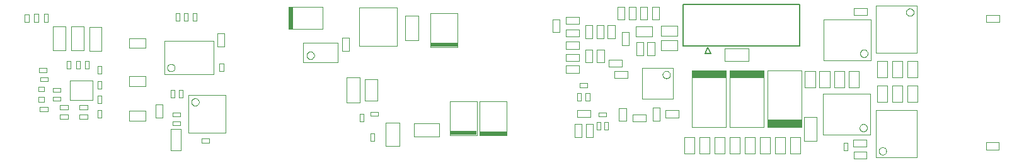
<source format=gbr>
%FSTAX23Y23*%
%MOIN*%
%SFA1B1*%

%IPPOS*%
%ADD92C,0.003937*%
%ADD93C,0.005000*%
%ADD143R,0.024358X0.114961*%
%ADD144R,0.141732X0.024199*%
%ADD145R,0.181102X0.040244*%
%ADD146R,0.181102X0.040244*%
%LNpcb_mechanical_13-1*%
%LPD*%
G54D92*
X02208Y00966D02*
D01*
X02208Y00967*
X02208Y00968*
X02208Y0097*
X02207Y00971*
X02207Y00972*
X02206Y00974*
X02206Y00975*
X02205Y00976*
X02204Y00977*
X02203Y00978*
X02203Y00979*
X02202Y0098*
X022Y00981*
X02199Y00982*
X02198Y00983*
X02197Y00983*
X02196Y00984*
X02194Y00984*
X02193Y00985*
X02192Y00985*
X0219Y00985*
X02189Y00985*
X02188*
X02186Y00985*
X02185Y00985*
X02184Y00985*
X02182Y00984*
X02181Y00984*
X0218Y00983*
X02179Y00983*
X02177Y00982*
X02176Y00981*
X02175Y0098*
X02174Y00979*
X02173Y00978*
X02172Y00977*
X02172Y00976*
X02171Y00975*
X0217Y00974*
X0217Y00972*
X02169Y00971*
X02169Y0097*
X02169Y00968*
X02169Y00967*
X02169Y00966*
X02169Y00964*
X02169Y00963*
X02169Y00962*
X02169Y0096*
X0217Y00959*
X0217Y00958*
X02171Y00956*
X02172Y00955*
X02172Y00954*
X02173Y00953*
X02174Y00952*
X02175Y00951*
X02176Y0095*
X02177Y00949*
X02179Y00949*
X0218Y00948*
X02181Y00947*
X02182Y00947*
X02184Y00947*
X02185Y00946*
X02186Y00946*
X02188Y00946*
X02189*
X0219Y00946*
X02192Y00946*
X02193Y00947*
X02194Y00947*
X02196Y00947*
X02197Y00948*
X02198Y00949*
X02199Y00949*
X022Y0095*
X02202Y00951*
X02203Y00952*
X02203Y00953*
X02204Y00954*
X02205Y00955*
X02206Y00956*
X02206Y00958*
X02207Y00959*
X02207Y0096*
X02208Y00962*
X02208Y00963*
X02208Y00964*
X02208Y00966*
X0147Y009D02*
D01*
X0147Y00902*
X0147Y00903*
X0147Y00904*
X0147Y00906*
X01469Y00907*
X01469Y00908*
X01468Y0091*
X01467Y00911*
X01467Y00912*
X01466Y00913*
X01465Y00914*
X01464Y00915*
X01463Y00916*
X01462Y00917*
X01461Y00917*
X01459Y00918*
X01458Y00919*
X01457Y00919*
X01456Y00919*
X01454Y0092*
X01453Y0092*
X01451Y0092*
X0145*
X01449Y0092*
X01447Y0092*
X01446Y00919*
X01445Y00919*
X01443Y00919*
X01442Y00918*
X01441Y00917*
X0144Y00917*
X01439Y00916*
X01438Y00915*
X01437Y00914*
X01436Y00913*
X01435Y00912*
X01434Y00911*
X01433Y0091*
X01433Y00908*
X01432Y00907*
X01432Y00906*
X01432Y00904*
X01431Y00903*
X01431Y00902*
X01431Y009*
X01431Y00899*
X01431Y00898*
X01432Y00896*
X01432Y00895*
X01432Y00894*
X01433Y00892*
X01433Y00891*
X01434Y0089*
X01435Y00889*
X01436Y00888*
X01437Y00887*
X01438Y00886*
X01439Y00885*
X0144Y00884*
X01441Y00883*
X01442Y00883*
X01443Y00882*
X01445Y00882*
X01446Y00881*
X01447Y00881*
X01449Y00881*
X0145Y00881*
X01451*
X01453Y00881*
X01454Y00881*
X01456Y00881*
X01457Y00882*
X01458Y00882*
X01459Y00883*
X01461Y00883*
X01462Y00884*
X01463Y00885*
X01464Y00886*
X01465Y00887*
X01466Y00888*
X01467Y00889*
X01467Y0089*
X01468Y00891*
X01469Y00892*
X01469Y00894*
X0147Y00895*
X0147Y00896*
X0147Y00898*
X0147Y00899*
X0147Y009*
X04091Y00863D02*
D01*
X04091Y00864*
X04091Y00866*
X0409Y00867*
X0409Y00868*
X0409Y0087*
X04089Y00871*
X04088Y00872*
X04088Y00873*
X04087Y00874*
X04086Y00876*
X04085Y00877*
X04084Y00878*
X04083Y00878*
X04082Y00879*
X04081Y0088*
X0408Y00881*
X04078Y00881*
X04077Y00882*
X04076Y00882*
X04074Y00882*
X04073Y00882*
X04072Y00883*
X0407*
X04069Y00882*
X04068Y00882*
X04066Y00882*
X04065Y00882*
X04064Y00881*
X04062Y00881*
X04061Y0088*
X0406Y00879*
X04059Y00878*
X04058Y00878*
X04057Y00877*
X04056Y00876*
X04055Y00874*
X04054Y00873*
X04054Y00872*
X04053Y00871*
X04053Y0087*
X04052Y00868*
X04052Y00867*
X04052Y00866*
X04051Y00864*
X04051Y00863*
X04051Y00862*
X04052Y0086*
X04052Y00859*
X04052Y00857*
X04053Y00856*
X04053Y00855*
X04054Y00854*
X04054Y00852*
X04055Y00851*
X04056Y0085*
X04057Y00849*
X04058Y00848*
X04059Y00847*
X0406Y00847*
X04061Y00846*
X04062Y00845*
X04064Y00845*
X04065Y00844*
X04066Y00844*
X04068Y00844*
X04069Y00843*
X0407Y00843*
X04072*
X04073Y00843*
X04074Y00844*
X04076Y00844*
X04077Y00844*
X04078Y00845*
X0408Y00845*
X04081Y00846*
X04082Y00847*
X04083Y00847*
X04084Y00848*
X04085Y00849*
X04086Y0085*
X04087Y00851*
X04088Y00852*
X04088Y00854*
X04089Y00855*
X0409Y00856*
X0409Y00857*
X0409Y00859*
X04091Y0086*
X04091Y00862*
X04091Y00863*
X05133Y00582D02*
D01*
X05133Y00583*
X05133Y00585*
X05132Y00586*
X05132Y00587*
X05132Y00589*
X05131Y0059*
X0513Y00591*
X0513Y00592*
X05129Y00593*
X05128Y00595*
X05127Y00596*
X05126Y00596*
X05125Y00597*
X05124Y00598*
X05123Y00599*
X05122Y006*
X0512Y006*
X05119Y00601*
X05118Y00601*
X05116Y00601*
X05115Y00601*
X05114Y00602*
X05112*
X05111Y00601*
X0511Y00601*
X05108Y00601*
X05107Y00601*
X05106Y006*
X05104Y006*
X05103Y00599*
X05102Y00598*
X05101Y00597*
X051Y00596*
X05099Y00596*
X05098Y00595*
X05097Y00593*
X05096Y00592*
X05096Y00591*
X05095Y0059*
X05095Y00589*
X05094Y00587*
X05094Y00586*
X05094Y00585*
X05093Y00583*
X05093Y00582*
X05093Y0058*
X05094Y00579*
X05094Y00578*
X05094Y00576*
X05095Y00575*
X05095Y00574*
X05096Y00573*
X05096Y00571*
X05097Y0057*
X05098Y00569*
X05099Y00568*
X051Y00567*
X05101Y00566*
X05102Y00566*
X05103Y00565*
X05104Y00564*
X05106Y00564*
X05107Y00563*
X05108Y00563*
X0511Y00562*
X05111Y00562*
X05112Y00562*
X05114*
X05115Y00562*
X05116Y00562*
X05118Y00563*
X05119Y00563*
X0512Y00564*
X05122Y00564*
X05123Y00565*
X05124Y00566*
X05125Y00566*
X05126Y00567*
X05127Y00568*
X05128Y00569*
X05129Y0057*
X0513Y00571*
X0513Y00573*
X05131Y00574*
X05132Y00575*
X05132Y00576*
X05132Y00578*
X05133Y00579*
X05133Y0058*
X05133Y00582*
X05136Y00976D02*
D01*
X05136Y00977*
X05136Y00979*
X05135Y0098*
X05135Y00981*
X05135Y00983*
X05134Y00984*
X05133Y00985*
X05133Y00986*
X05132Y00987*
X05131Y00989*
X0513Y0099*
X05129Y0099*
X05128Y00991*
X05127Y00992*
X05126Y00993*
X05125Y00994*
X05123Y00994*
X05122Y00995*
X05121Y00995*
X05119Y00995*
X05118Y00995*
X05117Y00996*
X05115*
X05114Y00995*
X05113Y00995*
X05111Y00995*
X0511Y00995*
X05109Y00994*
X05107Y00994*
X05106Y00993*
X05105Y00992*
X05104Y00991*
X05103Y0099*
X05102Y0099*
X05101Y00989*
X051Y00987*
X05099Y00986*
X05099Y00985*
X05098Y00984*
X05098Y00983*
X05097Y00981*
X05097Y0098*
X05097Y00979*
X05096Y00977*
X05096Y00976*
X05096Y00974*
X05097Y00973*
X05097Y00972*
X05097Y0097*
X05098Y00969*
X05098Y00968*
X05099Y00967*
X05099Y00965*
X051Y00964*
X05101Y00963*
X05102Y00962*
X05103Y00961*
X05104Y0096*
X05105Y0096*
X05106Y00959*
X05107Y00958*
X05109Y00958*
X0511Y00957*
X05111Y00957*
X05113Y00956*
X05114Y00956*
X05115Y00956*
X05117*
X05118Y00956*
X05119Y00956*
X05121Y00957*
X05122Y00957*
X05123Y00958*
X05125Y00958*
X05126Y00959*
X05127Y0096*
X05128Y0096*
X05129Y00961*
X0513Y00962*
X05131Y00963*
X05132Y00964*
X05133Y00965*
X05133Y00967*
X05134Y00968*
X05135Y00969*
X05135Y0097*
X05135Y00972*
X05136Y00973*
X05136Y00974*
X05136Y00976*
X05235Y00459D02*
D01*
X05234Y0046*
X05234Y00462*
X05234Y00463*
X05234Y00464*
X05233Y00466*
X05233Y00467*
X05232Y00468*
X05232Y00469*
X05231Y00471*
X0523Y00472*
X05229Y00473*
X05228Y00474*
X05227Y00474*
X05226Y00475*
X05225Y00476*
X05223Y00477*
X05222Y00477*
X05221Y00478*
X0522Y00478*
X05218Y00478*
X05217Y00479*
X05216Y00479*
X05214*
X05213Y00479*
X05211Y00478*
X0521Y00478*
X05209Y00478*
X05207Y00477*
X05206Y00477*
X05205Y00476*
X05204Y00475*
X05203Y00474*
X05202Y00474*
X05201Y00473*
X052Y00472*
X05199Y00471*
X05198Y00469*
X05197Y00468*
X05197Y00467*
X05196Y00466*
X05196Y00464*
X05196Y00463*
X05195Y00462*
X05195Y0046*
X05195Y00459*
X05195Y00458*
X05195Y00456*
X05196Y00455*
X05196Y00454*
X05196Y00452*
X05197Y00451*
X05197Y0045*
X05198Y00449*
X05199Y00447*
X052Y00446*
X05201Y00445*
X05202Y00444*
X05203Y00443*
X05204Y00443*
X05205Y00442*
X05206Y00441*
X05207Y00441*
X05209Y0044*
X0521Y0044*
X05211Y0044*
X05213Y00439*
X05214Y00439*
X05216*
X05217Y00439*
X05218Y0044*
X0522Y0044*
X05221Y0044*
X05222Y00441*
X05223Y00441*
X05225Y00442*
X05226Y00443*
X05227Y00443*
X05228Y00444*
X05229Y00445*
X0523Y00446*
X05231Y00447*
X05232Y00449*
X05232Y0045*
X05233Y00451*
X05233Y00452*
X05234Y00454*
X05234Y00455*
X05234Y00456*
X05234Y00458*
X05235Y00459*
X05379Y01194D02*
D01*
X05379Y01195*
X05379Y01197*
X05378Y01198*
X05378Y01199*
X05378Y01201*
X05377Y01202*
X05377Y01203*
X05376Y01204*
X05375Y01206*
X05374Y01207*
X05373Y01208*
X05372Y01209*
X05371Y0121*
X0537Y0121*
X05369Y01211*
X05368Y01212*
X05367Y01212*
X05365Y01213*
X05364Y01213*
X05363Y01213*
X05361Y01214*
X0536Y01214*
X05358*
X05357Y01214*
X05356Y01213*
X05354Y01213*
X05353Y01213*
X05352Y01212*
X05351Y01212*
X05349Y01211*
X05348Y0121*
X05347Y0121*
X05346Y01209*
X05345Y01208*
X05344Y01207*
X05343Y01206*
X05342Y01204*
X05342Y01203*
X05341Y01202*
X05341Y01201*
X0534Y01199*
X0534Y01198*
X0534Y01197*
X0534Y01195*
X05339Y01194*
X0534Y01193*
X0534Y01191*
X0534Y0119*
X0534Y01189*
X05341Y01187*
X05341Y01186*
X05342Y01185*
X05342Y01184*
X05343Y01182*
X05344Y01181*
X05345Y0118*
X05346Y01179*
X05347Y01179*
X05348Y01178*
X05349Y01177*
X05351Y01176*
X05352Y01176*
X05353Y01175*
X05354Y01175*
X05356Y01175*
X05357Y01174*
X05358Y01174*
X0536*
X05361Y01174*
X05363Y01175*
X05364Y01175*
X05365Y01175*
X05367Y01176*
X05368Y01176*
X05369Y01177*
X0537Y01178*
X05371Y01179*
X05372Y01179*
X05373Y0118*
X05374Y01181*
X05375Y01182*
X05376Y01184*
X05377Y01185*
X05377Y01186*
X05378Y01187*
X05378Y01189*
X05378Y0119*
X05379Y01191*
X05379Y01193*
X05379Y01194*
X01598Y00718D02*
D01*
X01598Y0072*
X01598Y00721*
X01598Y00723*
X01597Y00724*
X01597Y00725*
X01596Y00726*
X01596Y00728*
X01595Y00729*
X01594Y0073*
X01594Y00731*
X01593Y00732*
X01592Y00733*
X01591Y00734*
X0159Y00735*
X01588Y00736*
X01587Y00736*
X01586Y00737*
X01585Y00737*
X01583Y00738*
X01582Y00738*
X01581Y00738*
X01579Y00738*
X01578*
X01576Y00738*
X01575Y00738*
X01574Y00738*
X01572Y00737*
X01571Y00737*
X0157Y00736*
X01569Y00736*
X01568Y00735*
X01566Y00734*
X01565Y00733*
X01564Y00732*
X01563Y00731*
X01563Y0073*
X01562Y00729*
X01561Y00728*
X01561Y00726*
X0156Y00725*
X0156Y00724*
X01559Y00723*
X01559Y00721*
X01559Y0072*
X01559Y00718*
X01559Y00717*
X01559Y00716*
X01559Y00714*
X0156Y00713*
X0156Y00712*
X01561Y0071*
X01561Y00709*
X01562Y00708*
X01563Y00707*
X01563Y00706*
X01564Y00705*
X01565Y00704*
X01566Y00703*
X01568Y00702*
X01569Y00701*
X0157Y00701*
X01571Y007*
X01572Y007*
X01574Y00699*
X01575Y00699*
X01576Y00699*
X01578Y00699*
X01579*
X01581Y00699*
X01582Y00699*
X01583Y00699*
X01585Y007*
X01586Y007*
X01587Y00701*
X01588Y00701*
X0159Y00702*
X01591Y00703*
X01592Y00704*
X01593Y00705*
X01594Y00706*
X01594Y00707*
X01595Y00708*
X01596Y00709*
X01596Y0071*
X01597Y00712*
X01597Y00713*
X01598Y00714*
X01598Y00716*
X01598Y00717*
X01598Y00718*
X01369Y00705D02*
X01406D01*
X01369Y00636D02*
X01406D01*
Y00705*
X01369Y00636D02*
Y00705D01*
X05241Y00718D02*
Y00804D01*
X05186Y00718D02*
Y00804D01*
X05241*
X05186Y00718D02*
X05241D01*
X0269Y01044D02*
X02761D01*
X0269Y01177D02*
X02761D01*
X0269Y01044D02*
Y01177D01*
X02761Y01044D02*
Y01177D01*
X02355Y00989D02*
X02392D01*
X02355Y01058D02*
X02392D01*
X02355Y00989D02*
Y01058D01*
X02392Y00989D02*
Y01058D01*
X01019Y0099D02*
X01084D01*
X01019Y01117D02*
X01084D01*
X01019Y0099D02*
Y01117D01*
X01084Y0099D02*
Y01117D01*
X00923Y00991D02*
X00988D01*
X00923Y01118D02*
X00988D01*
X00923Y00991D02*
Y01118D01*
X00988Y00991D02*
Y01118D01*
X00827Y00991D02*
X00892D01*
X00827Y01118D02*
X00892D01*
X00827Y00991D02*
Y01118D01*
X00892Y00991D02*
Y01118D01*
X02646Y01017D02*
Y01218D01*
X02445D02*
X02646D01*
X02445Y01017D02*
X02646D01*
X02445D02*
Y01218D01*
X02332Y00928D02*
Y01031D01*
X02151Y00928D02*
Y01031D01*
X02332*
X02151Y00928D02*
X02332D01*
X02073Y01221D02*
X02254D01*
X02073Y01106D02*
X02254D01*
X02073D02*
Y01221D01*
X02254Y01106D02*
Y01221D01*
X00677Y01141D02*
Y01183D01*
X00698Y01141D02*
Y01183D01*
X00677Y01141D02*
X00698D01*
X00677Y01183D02*
X00698D01*
X02926Y00721D02*
X03068D01*
X02926Y00541D02*
X03068D01*
Y00721*
X02926Y00541D02*
Y00721D01*
X03084Y00721D02*
X03226D01*
X03084Y00541D02*
X03226D01*
Y00721*
X03084Y00541D02*
Y00721D01*
X01675Y00865D02*
Y01042D01*
X01415Y00865D02*
Y01042D01*
X01675*
X01415Y00865D02*
X01675D01*
X03943Y00898D02*
X04106D01*
X03943Y00735D02*
X04106D01*
Y00898*
X03943Y00735D02*
Y00898D01*
X00915Y0073D02*
X01036D01*
X00915Y00833D02*
X01036D01*
Y0073D02*
Y00833D01*
X00915Y0073D02*
Y00833D01*
X02587Y00487D02*
X02658D01*
X02587Y0061D02*
X02658D01*
Y00487D02*
Y0061D01*
X02587Y00487D02*
Y0061D01*
X03704Y00928D02*
X03742D01*
X03704Y00997D02*
X03742D01*
X03704Y00928D02*
Y00997D01*
X03742Y00928D02*
Y00997D01*
X03642Y00928D02*
X0368D01*
X03642Y00997D02*
X0368D01*
X03642Y00928D02*
Y00997D01*
X0368Y00928D02*
Y00997D01*
X03612Y00797D02*
Y00819D01*
X03653Y00797D02*
Y00819D01*
X03612D02*
X03653D01*
X03612Y00797D02*
X03653D01*
X0362Y00725D02*
Y00765D01*
X03599Y00725D02*
Y00765D01*
X0362*
X03599Y00725D02*
X0362D01*
X03995Y01064D02*
Y01119D01*
X03908Y01064D02*
Y01119D01*
Y01064D02*
X03995D01*
X03908Y01119D02*
X03995D01*
X03764Y00572D02*
Y00613D01*
X03744Y00572D02*
Y00613D01*
X03764*
X03744Y00572D02*
X03764D01*
X05031Y00462D02*
Y00502D01*
X0501Y00462D02*
Y00502D01*
X05031*
X0501Y00462D02*
X05031D01*
X04899Y00763D02*
X05149D01*
X04899Y00546D02*
X05149D01*
X04899D02*
Y00763D01*
X05149Y00546D02*
Y00763D01*
X0513Y00481D02*
Y00518D01*
X05061Y00481D02*
Y00518D01*
Y00481D02*
X0513D01*
X05061Y00518D02*
X0513D01*
X04405Y00885D02*
X04586D01*
X04405Y00586D02*
X04586D01*
Y00885*
X04405Y00586D02*
Y00885D01*
X04135Y00637D02*
Y00675D01*
X04066Y00637D02*
Y00675D01*
Y00637D02*
X04135D01*
X04066Y00675D02*
X04135D01*
X0354Y01066D02*
Y01103D01*
X03609Y01066D02*
Y01103D01*
X0354D02*
X03609D01*
X0354Y01066D02*
X03609D01*
X0354Y00873D02*
Y00911D01*
X03609Y00873D02*
Y00911D01*
X0354D02*
X03609D01*
X0354Y00873D02*
X03609D01*
X0354Y00935D02*
Y00972D01*
X03609Y00935D02*
Y00972D01*
X0354D02*
X03609D01*
X0354Y00935D02*
X03609D01*
X0354Y01131D02*
Y01168D01*
X03609Y01131D02*
Y01168D01*
X0354D02*
X03609D01*
X0354Y01131D02*
X03609D01*
X0347Y01088D02*
X03507D01*
X0347Y01157D02*
X03507D01*
X0347Y01088D02*
Y01157D01*
X03507Y01088D02*
Y01157D01*
X04902Y01157D02*
X05152D01*
X04902Y0094D02*
X05152D01*
X04902D02*
Y01157D01*
X05152Y0094D02*
Y01157D01*
X05396Y00424D02*
Y00674D01*
X05179Y00424D02*
Y00674D01*
X05396*
X05179Y00424D02*
X05396D01*
X03712Y00642D02*
Y00663D01*
X03753Y00642D02*
Y00663D01*
X03712D02*
X03753D01*
X03712Y00642D02*
X03753D01*
X03722Y00572D02*
Y00613D01*
X03702Y00572D02*
Y00613D01*
X03722*
X03702Y00572D02*
X03722D01*
X03665Y00725D02*
Y00765D01*
X03644Y00725D02*
Y00765D01*
X03665*
X03644Y00725D02*
X03665D01*
X03912Y00966D02*
X03949D01*
X03912Y01035D02*
X03949D01*
X03912Y00966D02*
Y01035D01*
X03949Y00966D02*
Y01035D01*
X03998Y00688D02*
X04035D01*
X03998Y00619D02*
X04035D01*
Y00688*
X03998Y00619D02*
Y00688D01*
X03821Y00687D02*
X03859D01*
X03821Y00618D02*
X03859D01*
Y00687*
X03821Y00618D02*
Y00687D01*
X04506Y00936D02*
Y01001D01*
X04378Y00936D02*
Y01001D01*
Y00936D02*
X04506D01*
X04378Y01001D02*
X04506D01*
X036Y00638D02*
Y00675D01*
X03669Y00638D02*
Y00675D01*
X036D02*
X03669D01*
X036Y00638D02*
X03669D01*
X05062Y00418D02*
Y00455D01*
X05131Y00418D02*
Y00455D01*
X05062D02*
X05131D01*
X05062Y00418D02*
X05131D01*
X03647Y00532D02*
X03684D01*
X03647Y00601D02*
X03684D01*
X03647Y00532D02*
Y00601D01*
X03684Y00532D02*
Y00601D01*
X03934Y01154D02*
X03971D01*
X03934Y01223D02*
X03971D01*
X03934Y01154D02*
Y01223D01*
X03971Y01154D02*
Y01223D01*
X03995D02*
X04032D01*
X03995Y01154D02*
X04032D01*
Y01223*
X03995Y01154D02*
Y01223D01*
X03814Y01154D02*
X03851D01*
X03814Y01223D02*
X03851D01*
X03814Y01154D02*
Y01223D01*
X03851Y01154D02*
Y01223D01*
X03874D02*
X03911D01*
X03874Y01154D02*
X03911D01*
Y01223*
X03874Y01154D02*
Y01223D01*
X03836Y01088D02*
X03873D01*
X03836Y01019D02*
X03873D01*
Y01088*
X03836Y01019D02*
Y01088D01*
X05063Y01178D02*
Y01215D01*
X05132Y01178D02*
Y01215D01*
X05063D02*
X05132D01*
X05063Y01178D02*
X05132D01*
X03585Y00602D02*
X03622D01*
X03585Y00533D02*
X03622D01*
Y00602*
X03585Y00533D02*
Y00602D01*
X03761Y01124D02*
X03798D01*
X03761Y01055D02*
X03798D01*
Y01124*
X03761Y01055D02*
Y01124D01*
X03643Y01055D02*
X03681D01*
X03643Y01124D02*
X03681D01*
X03643Y01055D02*
Y01124D01*
X03681Y01055D02*
Y01124D01*
X03702Y01056D02*
X03739D01*
X03702Y01125D02*
X03739D01*
X03702Y01056D02*
Y01125D01*
X03739Y01056D02*
Y01125D01*
X03609Y01D02*
Y01038D01*
X0354Y01D02*
Y01038D01*
Y01D02*
X03609D01*
X0354Y01038D02*
X03609D01*
X03836Y00906D02*
Y00943D01*
X03767Y00906D02*
Y00943D01*
Y00906D02*
X03836D01*
X03767Y00943D02*
X03836D01*
X05831Y00467D02*
Y00504D01*
X05762Y00467D02*
Y00504D01*
Y00467D02*
X05831D01*
X05762Y00504D02*
X05831D01*
X05832Y01143D02*
Y0118D01*
X05763Y01143D02*
Y0118D01*
Y01143D02*
X05832D01*
X05763Y0118D02*
X05832D01*
X03865Y00844D02*
Y00881D01*
X03796Y00844D02*
Y00881D01*
Y00844D02*
X03865D01*
X03796Y00881D02*
X03865D01*
X03971Y00966D02*
X04008D01*
X03971Y01035D02*
X04008D01*
X03971Y00966D02*
Y01035D01*
X04008Y00966D02*
Y01035D01*
X04205Y00885D02*
X04386D01*
X04205Y00586D02*
X04386D01*
Y00885*
X04205Y00586D02*
Y00885D01*
X04605Y00586D02*
X04786D01*
X04605Y00885D02*
X04786D01*
X04605Y00586D02*
Y00885D01*
X04786Y00586D02*
Y00885D01*
X05178Y0098D02*
Y0123D01*
X05395Y0098D02*
Y0123D01*
X05178Y0098D02*
X05395D01*
X05178Y0123D02*
X05395D01*
X03962Y00614D02*
Y00651D01*
X03893Y00614D02*
Y00651D01*
Y00614D02*
X03962D01*
X03893Y00651D02*
X03962D01*
X04043Y01068D02*
Y01123D01*
X0413Y01068D02*
Y01123D01*
X04043D02*
X0413D01*
X04043Y01068D02*
X0413D01*
X04043Y00991D02*
Y01046D01*
X0413Y00991D02*
Y01046D01*
X04043D02*
X0413D01*
X04043Y00991D02*
X0413D01*
X04804Y00797D02*
X04859D01*
X04804Y00883D02*
X04859D01*
X04804Y00797D02*
Y00883D01*
X04859Y00797D02*
Y00883D01*
X05345Y00718D02*
X05401D01*
X05345Y00804D02*
X05401D01*
X05345Y00718D02*
Y00804D01*
X05401Y00718D02*
Y00804D01*
X05265Y00718D02*
X05321D01*
X05265Y00804D02*
X05321D01*
X05265Y00718D02*
Y00804D01*
X05321Y00718D02*
Y00804D01*
X048Y00512D02*
X04865D01*
X048Y00639D02*
X04865D01*
X048Y00512D02*
Y00639D01*
X04865Y00512D02*
Y00639D01*
X04958Y00796D02*
X05013D01*
X04958Y00883D02*
X05013D01*
X04958Y00796D02*
Y00883D01*
X05013Y00796D02*
Y00883D01*
X04881Y00796D02*
X04936D01*
X04881Y00883D02*
X04936D01*
X04881Y00796D02*
Y00883D01*
X04936Y00796D02*
Y00883D01*
X05186Y00935D02*
X05241D01*
X05186Y00849D02*
X05241D01*
Y00935*
X05186Y00849D02*
Y00935D01*
X05266D02*
X05321D01*
X05266Y00849D02*
X05321D01*
Y00935*
X05266Y00849D02*
Y00935D01*
X05346D02*
X05401D01*
X05346Y00849D02*
X05401D01*
Y00935*
X05346Y00849D02*
Y00935D01*
X05035Y00796D02*
X0509D01*
X05035Y00882D02*
X0509D01*
X05035Y00796D02*
Y00882D01*
X0509Y00796D02*
Y00882D01*
X04725Y00446D02*
X0478D01*
X04725Y00532D02*
X0478D01*
X04725Y00446D02*
Y00532D01*
X0478Y00446D02*
Y00532D01*
X04645Y00446D02*
X047D01*
X04645Y00532D02*
X047D01*
X04645Y00446D02*
Y00532D01*
X047Y00446D02*
Y00532D01*
X04565Y00446D02*
X0462D01*
X04565Y00532D02*
X0462D01*
X04565Y00446D02*
Y00532D01*
X0462Y00446D02*
Y00532D01*
X04485Y00446D02*
X0454D01*
X04485Y00532D02*
X0454D01*
X04485Y00446D02*
Y00532D01*
X0454Y00446D02*
Y00532D01*
X04405Y00446D02*
X0446D01*
X04405Y00532D02*
X0446D01*
X04405Y00446D02*
Y00532D01*
X0446Y00446D02*
Y00532D01*
X04325Y00446D02*
X0438D01*
X04325Y00532D02*
X0438D01*
X04325Y00446D02*
Y00532D01*
X0438Y00446D02*
Y00532D01*
X04245Y00446D02*
X043D01*
X04245Y00532D02*
X043D01*
X04245Y00446D02*
Y00532D01*
X043Y00446D02*
Y00532D01*
X04165Y00446D02*
X0422D01*
X04165Y00532D02*
X0422D01*
X04165Y00446D02*
Y00532D01*
X0422Y00446D02*
Y00532D01*
X00749Y0072D02*
X00781D01*
X00749Y00744D02*
X00781D01*
Y0072D02*
Y00744D01*
X00749Y0072D02*
Y00744D01*
Y00776D02*
X00781D01*
X00749Y00799D02*
X00781D01*
Y00776D02*
Y00799D01*
X00749Y00776D02*
Y00799D01*
X01707Y00882D02*
X01728D01*
X01707Y00923D02*
X01728D01*
X01707Y00882D02*
Y00923D01*
X01728Y00882D02*
Y00923D01*
X01448Y00463D02*
X01503D01*
X01448Y00574D02*
X01503D01*
Y00463D02*
Y00574D01*
X01448Y00463D02*
Y00574D01*
X01062Y0079D02*
X01082D01*
X01062Y0083D02*
X01082D01*
X01062Y0079D02*
Y0083D01*
X01082Y0079D02*
Y0083D01*
X00758Y0085D02*
X008D01*
X00758Y00828D02*
X008D01*
X00758D02*
Y0085D01*
X008Y00828D02*
Y0085D01*
X00757Y00692D02*
X00799D01*
X00757Y0067D02*
X00799D01*
X00757D02*
Y00692D01*
X00799Y0067D02*
Y00692D01*
X00948Y00934D02*
X00968D01*
X00948Y00894D02*
X00968D01*
Y00934*
X00948Y00894D02*
Y00934D01*
X00794Y00877D02*
Y00898D01*
X00753Y00877D02*
Y00898D01*
Y00877D02*
X00794D01*
X00753Y00898D02*
X00794D01*
X01062Y00908D02*
X01083D01*
X01062Y00868D02*
X01083D01*
Y00908*
X01062Y00868D02*
Y00908D01*
X01734Y01012D02*
Y01081D01*
X01697Y01012D02*
Y01081D01*
X01734*
X01697Y01012D02*
X01734D01*
X01493Y00741D02*
X01513D01*
X01493Y00782D02*
X01513D01*
X01493Y00741D02*
Y00782D01*
X01513Y00741D02*
Y00782D01*
X01448Y00741D02*
X01468D01*
X01448Y00782D02*
X01468D01*
X01448Y00741D02*
Y00782D01*
X01468Y00741D02*
Y00782D01*
X0123Y00803D02*
X01317D01*
X0123Y00856D02*
X01317D01*
Y00803D02*
Y00856D01*
X0123Y00803D02*
Y00856D01*
Y00618D02*
X01317D01*
X0123Y00671D02*
X01317D01*
Y00618D02*
Y00671D01*
X0123Y00618D02*
Y00671D01*
Y01004D02*
X01317D01*
X0123Y01057D02*
X01317D01*
Y01004D02*
Y01057D01*
X0123Y01004D02*
Y01057D01*
X01565Y0119D02*
X01585D01*
X01565Y0115D02*
X01585D01*
Y0119*
X01565Y0115D02*
Y0119D01*
X0152D02*
X0154D01*
X0152Y0115D02*
X0154D01*
Y0119*
X0152Y0115D02*
Y0119D01*
X01475D02*
X01495D01*
X01475Y0115D02*
X01495D01*
Y0119*
X01475Y0115D02*
Y0119D01*
X01459Y00642D02*
Y00662D01*
X01499Y00642D02*
Y00662D01*
X01459D02*
X01499D01*
X01459Y00642D02*
X01499D01*
X01459Y00597D02*
Y00617D01*
X01499Y00597D02*
Y00617D01*
X01459D02*
X01499D01*
X01459Y00597D02*
X01499D01*
X01543Y00557D02*
Y00754D01*
X0174Y00557D02*
Y00754D01*
X01543D02*
X0174D01*
X01543Y00557D02*
X0174D01*
X01613Y00524D02*
X01654D01*
X01613Y00503D02*
X01654D01*
X01613D02*
Y00524D01*
X01654Y00503D02*
Y00524D01*
X0238Y00849D02*
X02451D01*
X0238Y00715D02*
X02451D01*
Y00849*
X0238Y00715D02*
Y00849D01*
X02824Y01189D02*
X02965D01*
X02824Y0101D02*
X02965D01*
Y01189*
X02824Y0101D02*
Y01189D01*
X00778Y01143D02*
X008D01*
X00778Y01185D02*
X008D01*
X00778Y01143D02*
Y01185D01*
X008Y01143D02*
Y01185D01*
X00727Y01184D02*
X00748D01*
X00727Y01142D02*
X00748D01*
Y01184*
X00727Y01142D02*
Y01184D01*
X00995Y00894D02*
Y00935D01*
X01015Y00894D02*
Y00935D01*
X00995Y00894D02*
X01015D01*
X00995Y00935D02*
X01015D01*
X00967Y0063D02*
Y00651D01*
X01008Y0063D02*
Y00651D01*
X00967D02*
X01008D01*
X00967Y0063D02*
X01008D01*
X00967Y0068D02*
Y00701D01*
X01008Y0068D02*
Y00701D01*
X00967D02*
X01008D01*
X00967Y0068D02*
X01008D01*
X00863Y0063D02*
Y00651D01*
X00905Y0063D02*
Y00651D01*
X00863D02*
X00905D01*
X00863Y0063D02*
X00905D01*
X00863Y0068D02*
Y00701D01*
X00905Y0068D02*
Y00701D01*
X00863D02*
X00905D01*
X00863Y0068D02*
X00905D01*
X00827Y00773D02*
X00867D01*
X00827Y00793D02*
X00867D01*
Y00773D02*
Y00793D01*
X00827Y00773D02*
Y00793D01*
Y00727D02*
X00867D01*
X00827Y00747D02*
X00867D01*
Y00727D02*
Y00747D01*
X00827Y00727D02*
Y00747D01*
X00901Y00894D02*
Y00934D01*
X00921Y00894D02*
Y00934D01*
X00901Y00894D02*
X00921D01*
X00901Y00934D02*
X00921D01*
X01082Y00712D02*
Y00753D01*
X01062Y00712D02*
Y00753D01*
X01082*
X01062Y00712D02*
X01082D01*
Y00634D02*
Y00675D01*
X01062Y00634D02*
Y00675D01*
X01082*
X01062Y00634D02*
X01082D01*
X0287Y00536D02*
Y00607D01*
X02737Y00536D02*
Y00607D01*
Y00536D02*
X0287D01*
X02737Y00607D02*
X0287D01*
X02506Y00553D02*
X02527D01*
X02506Y00512D02*
X02527D01*
Y00553*
X02506Y00512D02*
Y00553D01*
X02505Y00667D02*
X02546D01*
X02505Y00646D02*
X02546D01*
X02505D02*
Y00667D01*
X02546Y00646D02*
Y00667D01*
X02475Y00839D02*
X02542D01*
X02475Y00727D02*
X02542D01*
Y00839*
X02475Y00727D02*
Y00839D01*
X02448Y00615D02*
X02469D01*
X02448Y00656D02*
X02469D01*
X02448Y00615D02*
Y00656D01*
X02469Y00615D02*
Y00656D01*
G54D93*
X0429Y01008D02*
X04306Y00976D01*
X04275D02*
X0429Y01008D01*
X04275Y00976D02*
X04306D01*
X04776Y01015D02*
Y01235D01*
X04159Y01015D02*
Y01235D01*
X04776*
X04159Y01015D02*
X04776D01*
G54D143*
X02085Y01163D03*
G54D144*
X02997Y00554D03*
X03155Y00553D03*
X02895Y01022D03*
G54D145*
X04496Y00865D03*
G54D146*
X04296Y00865D03*
X04696Y00606D03*
M02*
</source>
